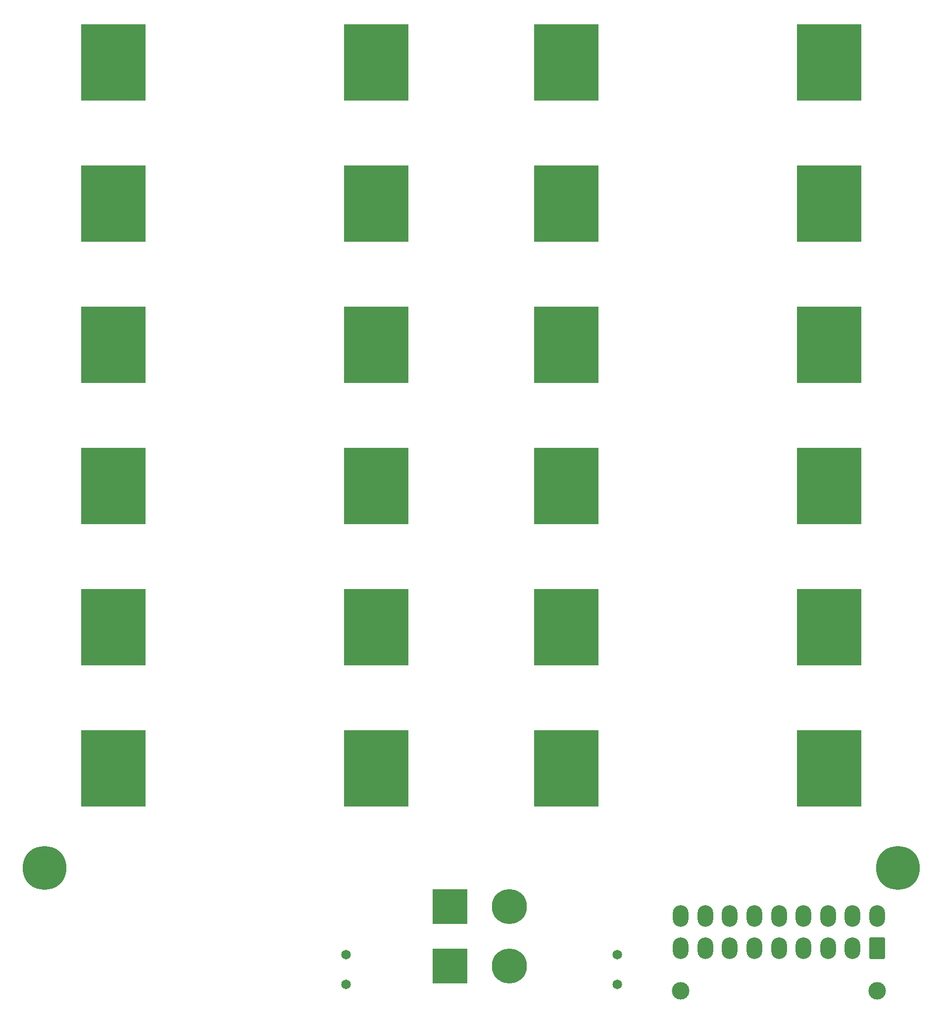
<source format=gbs>
G04 #@! TF.GenerationSoftware,KiCad,Pcbnew,(6.0.8-1)-1*
G04 #@! TF.CreationDate,2023-03-04T15:57:30-08:00*
G04 #@! TF.ProjectId,URBAN_CELL_BOARD,55524241-4e5f-4434-954c-4c5f424f4152,rev?*
G04 #@! TF.SameCoordinates,Original*
G04 #@! TF.FileFunction,Soldermask,Bot*
G04 #@! TF.FilePolarity,Negative*
%FSLAX46Y46*%
G04 Gerber Fmt 4.6, Leading zero omitted, Abs format (unit mm)*
G04 Created by KiCad (PCBNEW (6.0.8-1)-1) date 2023-03-04 15:57:30*
%MOMM*%
%LPD*%
G01*
G04 APERTURE LIST*
G04 Aperture macros list*
%AMRoundRect*
0 Rectangle with rounded corners*
0 $1 Rounding radius*
0 $2 $3 $4 $5 $6 $7 $8 $9 X,Y pos of 4 corners*
0 Add a 4 corners polygon primitive as box body*
4,1,4,$2,$3,$4,$5,$6,$7,$8,$9,$2,$3,0*
0 Add four circle primitives for the rounded corners*
1,1,$1+$1,$2,$3*
1,1,$1+$1,$4,$5*
1,1,$1+$1,$6,$7*
1,1,$1+$1,$8,$9*
0 Add four rect primitives between the rounded corners*
20,1,$1+$1,$2,$3,$4,$5,0*
20,1,$1+$1,$4,$5,$6,$7,0*
20,1,$1+$1,$6,$7,$8,$9,0*
20,1,$1+$1,$8,$9,$2,$3,0*%
G04 Aperture macros list end*
%ADD10R,11.000000X13.000000*%
%ADD11C,9.000000*%
%ADD12R,6.000000X6.000000*%
%ADD13C,6.000000*%
%ADD14C,3.000000*%
%ADD15RoundRect,0.250001X1.099999X1.599999X-1.099999X1.599999X-1.099999X-1.599999X1.099999X-1.599999X0*%
%ADD16O,2.700000X3.700000*%
%ADD17C,1.650000*%
%ADD18C,7.500000*%
G04 APERTURE END LIST*
D10*
X148629000Y-119750000D03*
D11*
X148629000Y-119750000D03*
X103689000Y-119750000D03*
D10*
X103689000Y-119750000D03*
D11*
X226129000Y-119750000D03*
D10*
X226129000Y-119750000D03*
D11*
X181189000Y-119750000D03*
D10*
X181189000Y-119750000D03*
X148629000Y-143884000D03*
D11*
X148629000Y-143884000D03*
X103689000Y-143884000D03*
D10*
X103689000Y-143884000D03*
D11*
X226129000Y-168018000D03*
D10*
X226129000Y-168018000D03*
X181189000Y-168018000D03*
D11*
X181189000Y-168018000D03*
D12*
X161290000Y-274217500D03*
X161290000Y-264057500D03*
D13*
X171450000Y-274217500D03*
X171450000Y-264057500D03*
D14*
X234315000Y-278445000D03*
X200715000Y-278445000D03*
D15*
X234315000Y-271145000D03*
D16*
X230115000Y-271145000D03*
X225915000Y-271145000D03*
X221715000Y-271145000D03*
X217515000Y-271145000D03*
X213315000Y-271145000D03*
X209115000Y-271145000D03*
X204915000Y-271145000D03*
X200715000Y-271145000D03*
X234315000Y-265645000D03*
X230115000Y-265645000D03*
X225915000Y-265645000D03*
X221715000Y-265645000D03*
X217515000Y-265645000D03*
X213315000Y-265645000D03*
X209115000Y-265645000D03*
X204915000Y-265645000D03*
X200715000Y-265645000D03*
D17*
X189865000Y-272270000D03*
X189865000Y-277350000D03*
D10*
X148629000Y-192153000D03*
D11*
X148629000Y-192153000D03*
X103689000Y-192153000D03*
D10*
X103689000Y-192153000D03*
D11*
X226129000Y-192153000D03*
D10*
X226129000Y-192153000D03*
D11*
X181189000Y-192153000D03*
D10*
X181189000Y-192153000D03*
D11*
X148629000Y-168018000D03*
D10*
X148629000Y-168018000D03*
X103689000Y-168018000D03*
D11*
X103689000Y-168018000D03*
D10*
X226129000Y-216287000D03*
D11*
X226129000Y-216287000D03*
D10*
X181189000Y-216287000D03*
D11*
X181189000Y-216287000D03*
D18*
X237879000Y-257421000D03*
D10*
X148629000Y-240421000D03*
D11*
X148629000Y-240421000D03*
X103689000Y-240421000D03*
D10*
X103689000Y-240421000D03*
D17*
X143510000Y-272270000D03*
X143510000Y-277350000D03*
D11*
X226129000Y-240421000D03*
D10*
X226129000Y-240421000D03*
D11*
X181189000Y-240421000D03*
D10*
X181189000Y-240421000D03*
D18*
X91879000Y-257421000D03*
D11*
X148629000Y-216287000D03*
D10*
X148629000Y-216287000D03*
X103689000Y-216287000D03*
D11*
X103689000Y-216287000D03*
D10*
X226129000Y-143884000D03*
D11*
X226129000Y-143884000D03*
D10*
X181189000Y-143884000D03*
D11*
X181189000Y-143884000D03*
M02*

</source>
